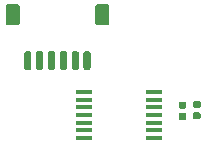
<source format=gbr>
G04 #@! TF.GenerationSoftware,KiCad,Pcbnew,5.1.5-52549c5~84~ubuntu18.04.1*
G04 #@! TF.CreationDate,2020-02-17T23:24:27+01:00*
G04 #@! TF.ProjectId,bldc_motor_encoder,626c6463-5f6d-46f7-946f-725f656e636f,rev?*
G04 #@! TF.SameCoordinates,Original*
G04 #@! TF.FileFunction,Paste,Top*
G04 #@! TF.FilePolarity,Positive*
%FSLAX46Y46*%
G04 Gerber Fmt 4.6, Leading zero omitted, Abs format (unit mm)*
G04 Created by KiCad (PCBNEW 5.1.5-52549c5~84~ubuntu18.04.1) date 2020-02-17 23:24:27*
%MOMM*%
%LPD*%
G04 APERTURE LIST*
%ADD10C,0.100000*%
%ADD11R,1.450000X0.450000*%
G04 APERTURE END LIST*
D10*
G36*
X131374505Y-80626204D02*
G01*
X131398773Y-80629804D01*
X131422572Y-80635765D01*
X131445671Y-80644030D01*
X131467850Y-80654520D01*
X131488893Y-80667132D01*
X131508599Y-80681747D01*
X131526777Y-80698223D01*
X131543253Y-80716401D01*
X131557868Y-80736107D01*
X131570480Y-80757150D01*
X131580970Y-80779329D01*
X131589235Y-80802428D01*
X131595196Y-80826227D01*
X131598796Y-80850495D01*
X131600000Y-80874999D01*
X131600000Y-82175001D01*
X131598796Y-82199505D01*
X131595196Y-82223773D01*
X131589235Y-82247572D01*
X131580970Y-82270671D01*
X131570480Y-82292850D01*
X131557868Y-82313893D01*
X131543253Y-82333599D01*
X131526777Y-82351777D01*
X131508599Y-82368253D01*
X131488893Y-82382868D01*
X131467850Y-82395480D01*
X131445671Y-82405970D01*
X131422572Y-82414235D01*
X131398773Y-82420196D01*
X131374505Y-82423796D01*
X131350001Y-82425000D01*
X130649999Y-82425000D01*
X130625495Y-82423796D01*
X130601227Y-82420196D01*
X130577428Y-82414235D01*
X130554329Y-82405970D01*
X130532150Y-82395480D01*
X130511107Y-82382868D01*
X130491401Y-82368253D01*
X130473223Y-82351777D01*
X130456747Y-82333599D01*
X130442132Y-82313893D01*
X130429520Y-82292850D01*
X130419030Y-82270671D01*
X130410765Y-82247572D01*
X130404804Y-82223773D01*
X130401204Y-82199505D01*
X130400000Y-82175001D01*
X130400000Y-80874999D01*
X130401204Y-80850495D01*
X130404804Y-80826227D01*
X130410765Y-80802428D01*
X130419030Y-80779329D01*
X130429520Y-80757150D01*
X130442132Y-80736107D01*
X130456747Y-80716401D01*
X130473223Y-80698223D01*
X130491401Y-80681747D01*
X130511107Y-80667132D01*
X130532150Y-80654520D01*
X130554329Y-80644030D01*
X130577428Y-80635765D01*
X130601227Y-80629804D01*
X130625495Y-80626204D01*
X130649999Y-80625000D01*
X131350001Y-80625000D01*
X131374505Y-80626204D01*
G37*
G36*
X138974505Y-80626204D02*
G01*
X138998773Y-80629804D01*
X139022572Y-80635765D01*
X139045671Y-80644030D01*
X139067850Y-80654520D01*
X139088893Y-80667132D01*
X139108599Y-80681747D01*
X139126777Y-80698223D01*
X139143253Y-80716401D01*
X139157868Y-80736107D01*
X139170480Y-80757150D01*
X139180970Y-80779329D01*
X139189235Y-80802428D01*
X139195196Y-80826227D01*
X139198796Y-80850495D01*
X139200000Y-80874999D01*
X139200000Y-82175001D01*
X139198796Y-82199505D01*
X139195196Y-82223773D01*
X139189235Y-82247572D01*
X139180970Y-82270671D01*
X139170480Y-82292850D01*
X139157868Y-82313893D01*
X139143253Y-82333599D01*
X139126777Y-82351777D01*
X139108599Y-82368253D01*
X139088893Y-82382868D01*
X139067850Y-82395480D01*
X139045671Y-82405970D01*
X139022572Y-82414235D01*
X138998773Y-82420196D01*
X138974505Y-82423796D01*
X138950001Y-82425000D01*
X138249999Y-82425000D01*
X138225495Y-82423796D01*
X138201227Y-82420196D01*
X138177428Y-82414235D01*
X138154329Y-82405970D01*
X138132150Y-82395480D01*
X138111107Y-82382868D01*
X138091401Y-82368253D01*
X138073223Y-82351777D01*
X138056747Y-82333599D01*
X138042132Y-82313893D01*
X138029520Y-82292850D01*
X138019030Y-82270671D01*
X138010765Y-82247572D01*
X138004804Y-82223773D01*
X138001204Y-82199505D01*
X138000000Y-82175001D01*
X138000000Y-80874999D01*
X138001204Y-80850495D01*
X138004804Y-80826227D01*
X138010765Y-80802428D01*
X138019030Y-80779329D01*
X138029520Y-80757150D01*
X138042132Y-80736107D01*
X138056747Y-80716401D01*
X138073223Y-80698223D01*
X138091401Y-80681747D01*
X138111107Y-80667132D01*
X138132150Y-80654520D01*
X138154329Y-80644030D01*
X138177428Y-80635765D01*
X138201227Y-80629804D01*
X138225495Y-80626204D01*
X138249999Y-80625000D01*
X138950001Y-80625000D01*
X138974505Y-80626204D01*
G37*
G36*
X132464703Y-84625722D02*
G01*
X132479264Y-84627882D01*
X132493543Y-84631459D01*
X132507403Y-84636418D01*
X132520710Y-84642712D01*
X132533336Y-84650280D01*
X132545159Y-84659048D01*
X132556066Y-84668934D01*
X132565952Y-84679841D01*
X132574720Y-84691664D01*
X132582288Y-84704290D01*
X132588582Y-84717597D01*
X132593541Y-84731457D01*
X132597118Y-84745736D01*
X132599278Y-84760297D01*
X132600000Y-84775000D01*
X132600000Y-86025000D01*
X132599278Y-86039703D01*
X132597118Y-86054264D01*
X132593541Y-86068543D01*
X132588582Y-86082403D01*
X132582288Y-86095710D01*
X132574720Y-86108336D01*
X132565952Y-86120159D01*
X132556066Y-86131066D01*
X132545159Y-86140952D01*
X132533336Y-86149720D01*
X132520710Y-86157288D01*
X132507403Y-86163582D01*
X132493543Y-86168541D01*
X132479264Y-86172118D01*
X132464703Y-86174278D01*
X132450000Y-86175000D01*
X132150000Y-86175000D01*
X132135297Y-86174278D01*
X132120736Y-86172118D01*
X132106457Y-86168541D01*
X132092597Y-86163582D01*
X132079290Y-86157288D01*
X132066664Y-86149720D01*
X132054841Y-86140952D01*
X132043934Y-86131066D01*
X132034048Y-86120159D01*
X132025280Y-86108336D01*
X132017712Y-86095710D01*
X132011418Y-86082403D01*
X132006459Y-86068543D01*
X132002882Y-86054264D01*
X132000722Y-86039703D01*
X132000000Y-86025000D01*
X132000000Y-84775000D01*
X132000722Y-84760297D01*
X132002882Y-84745736D01*
X132006459Y-84731457D01*
X132011418Y-84717597D01*
X132017712Y-84704290D01*
X132025280Y-84691664D01*
X132034048Y-84679841D01*
X132043934Y-84668934D01*
X132054841Y-84659048D01*
X132066664Y-84650280D01*
X132079290Y-84642712D01*
X132092597Y-84636418D01*
X132106457Y-84631459D01*
X132120736Y-84627882D01*
X132135297Y-84625722D01*
X132150000Y-84625000D01*
X132450000Y-84625000D01*
X132464703Y-84625722D01*
G37*
G36*
X133464703Y-84625722D02*
G01*
X133479264Y-84627882D01*
X133493543Y-84631459D01*
X133507403Y-84636418D01*
X133520710Y-84642712D01*
X133533336Y-84650280D01*
X133545159Y-84659048D01*
X133556066Y-84668934D01*
X133565952Y-84679841D01*
X133574720Y-84691664D01*
X133582288Y-84704290D01*
X133588582Y-84717597D01*
X133593541Y-84731457D01*
X133597118Y-84745736D01*
X133599278Y-84760297D01*
X133600000Y-84775000D01*
X133600000Y-86025000D01*
X133599278Y-86039703D01*
X133597118Y-86054264D01*
X133593541Y-86068543D01*
X133588582Y-86082403D01*
X133582288Y-86095710D01*
X133574720Y-86108336D01*
X133565952Y-86120159D01*
X133556066Y-86131066D01*
X133545159Y-86140952D01*
X133533336Y-86149720D01*
X133520710Y-86157288D01*
X133507403Y-86163582D01*
X133493543Y-86168541D01*
X133479264Y-86172118D01*
X133464703Y-86174278D01*
X133450000Y-86175000D01*
X133150000Y-86175000D01*
X133135297Y-86174278D01*
X133120736Y-86172118D01*
X133106457Y-86168541D01*
X133092597Y-86163582D01*
X133079290Y-86157288D01*
X133066664Y-86149720D01*
X133054841Y-86140952D01*
X133043934Y-86131066D01*
X133034048Y-86120159D01*
X133025280Y-86108336D01*
X133017712Y-86095710D01*
X133011418Y-86082403D01*
X133006459Y-86068543D01*
X133002882Y-86054264D01*
X133000722Y-86039703D01*
X133000000Y-86025000D01*
X133000000Y-84775000D01*
X133000722Y-84760297D01*
X133002882Y-84745736D01*
X133006459Y-84731457D01*
X133011418Y-84717597D01*
X133017712Y-84704290D01*
X133025280Y-84691664D01*
X133034048Y-84679841D01*
X133043934Y-84668934D01*
X133054841Y-84659048D01*
X133066664Y-84650280D01*
X133079290Y-84642712D01*
X133092597Y-84636418D01*
X133106457Y-84631459D01*
X133120736Y-84627882D01*
X133135297Y-84625722D01*
X133150000Y-84625000D01*
X133450000Y-84625000D01*
X133464703Y-84625722D01*
G37*
G36*
X134464703Y-84625722D02*
G01*
X134479264Y-84627882D01*
X134493543Y-84631459D01*
X134507403Y-84636418D01*
X134520710Y-84642712D01*
X134533336Y-84650280D01*
X134545159Y-84659048D01*
X134556066Y-84668934D01*
X134565952Y-84679841D01*
X134574720Y-84691664D01*
X134582288Y-84704290D01*
X134588582Y-84717597D01*
X134593541Y-84731457D01*
X134597118Y-84745736D01*
X134599278Y-84760297D01*
X134600000Y-84775000D01*
X134600000Y-86025000D01*
X134599278Y-86039703D01*
X134597118Y-86054264D01*
X134593541Y-86068543D01*
X134588582Y-86082403D01*
X134582288Y-86095710D01*
X134574720Y-86108336D01*
X134565952Y-86120159D01*
X134556066Y-86131066D01*
X134545159Y-86140952D01*
X134533336Y-86149720D01*
X134520710Y-86157288D01*
X134507403Y-86163582D01*
X134493543Y-86168541D01*
X134479264Y-86172118D01*
X134464703Y-86174278D01*
X134450000Y-86175000D01*
X134150000Y-86175000D01*
X134135297Y-86174278D01*
X134120736Y-86172118D01*
X134106457Y-86168541D01*
X134092597Y-86163582D01*
X134079290Y-86157288D01*
X134066664Y-86149720D01*
X134054841Y-86140952D01*
X134043934Y-86131066D01*
X134034048Y-86120159D01*
X134025280Y-86108336D01*
X134017712Y-86095710D01*
X134011418Y-86082403D01*
X134006459Y-86068543D01*
X134002882Y-86054264D01*
X134000722Y-86039703D01*
X134000000Y-86025000D01*
X134000000Y-84775000D01*
X134000722Y-84760297D01*
X134002882Y-84745736D01*
X134006459Y-84731457D01*
X134011418Y-84717597D01*
X134017712Y-84704290D01*
X134025280Y-84691664D01*
X134034048Y-84679841D01*
X134043934Y-84668934D01*
X134054841Y-84659048D01*
X134066664Y-84650280D01*
X134079290Y-84642712D01*
X134092597Y-84636418D01*
X134106457Y-84631459D01*
X134120736Y-84627882D01*
X134135297Y-84625722D01*
X134150000Y-84625000D01*
X134450000Y-84625000D01*
X134464703Y-84625722D01*
G37*
G36*
X135464703Y-84625722D02*
G01*
X135479264Y-84627882D01*
X135493543Y-84631459D01*
X135507403Y-84636418D01*
X135520710Y-84642712D01*
X135533336Y-84650280D01*
X135545159Y-84659048D01*
X135556066Y-84668934D01*
X135565952Y-84679841D01*
X135574720Y-84691664D01*
X135582288Y-84704290D01*
X135588582Y-84717597D01*
X135593541Y-84731457D01*
X135597118Y-84745736D01*
X135599278Y-84760297D01*
X135600000Y-84775000D01*
X135600000Y-86025000D01*
X135599278Y-86039703D01*
X135597118Y-86054264D01*
X135593541Y-86068543D01*
X135588582Y-86082403D01*
X135582288Y-86095710D01*
X135574720Y-86108336D01*
X135565952Y-86120159D01*
X135556066Y-86131066D01*
X135545159Y-86140952D01*
X135533336Y-86149720D01*
X135520710Y-86157288D01*
X135507403Y-86163582D01*
X135493543Y-86168541D01*
X135479264Y-86172118D01*
X135464703Y-86174278D01*
X135450000Y-86175000D01*
X135150000Y-86175000D01*
X135135297Y-86174278D01*
X135120736Y-86172118D01*
X135106457Y-86168541D01*
X135092597Y-86163582D01*
X135079290Y-86157288D01*
X135066664Y-86149720D01*
X135054841Y-86140952D01*
X135043934Y-86131066D01*
X135034048Y-86120159D01*
X135025280Y-86108336D01*
X135017712Y-86095710D01*
X135011418Y-86082403D01*
X135006459Y-86068543D01*
X135002882Y-86054264D01*
X135000722Y-86039703D01*
X135000000Y-86025000D01*
X135000000Y-84775000D01*
X135000722Y-84760297D01*
X135002882Y-84745736D01*
X135006459Y-84731457D01*
X135011418Y-84717597D01*
X135017712Y-84704290D01*
X135025280Y-84691664D01*
X135034048Y-84679841D01*
X135043934Y-84668934D01*
X135054841Y-84659048D01*
X135066664Y-84650280D01*
X135079290Y-84642712D01*
X135092597Y-84636418D01*
X135106457Y-84631459D01*
X135120736Y-84627882D01*
X135135297Y-84625722D01*
X135150000Y-84625000D01*
X135450000Y-84625000D01*
X135464703Y-84625722D01*
G37*
G36*
X136464703Y-84625722D02*
G01*
X136479264Y-84627882D01*
X136493543Y-84631459D01*
X136507403Y-84636418D01*
X136520710Y-84642712D01*
X136533336Y-84650280D01*
X136545159Y-84659048D01*
X136556066Y-84668934D01*
X136565952Y-84679841D01*
X136574720Y-84691664D01*
X136582288Y-84704290D01*
X136588582Y-84717597D01*
X136593541Y-84731457D01*
X136597118Y-84745736D01*
X136599278Y-84760297D01*
X136600000Y-84775000D01*
X136600000Y-86025000D01*
X136599278Y-86039703D01*
X136597118Y-86054264D01*
X136593541Y-86068543D01*
X136588582Y-86082403D01*
X136582288Y-86095710D01*
X136574720Y-86108336D01*
X136565952Y-86120159D01*
X136556066Y-86131066D01*
X136545159Y-86140952D01*
X136533336Y-86149720D01*
X136520710Y-86157288D01*
X136507403Y-86163582D01*
X136493543Y-86168541D01*
X136479264Y-86172118D01*
X136464703Y-86174278D01*
X136450000Y-86175000D01*
X136150000Y-86175000D01*
X136135297Y-86174278D01*
X136120736Y-86172118D01*
X136106457Y-86168541D01*
X136092597Y-86163582D01*
X136079290Y-86157288D01*
X136066664Y-86149720D01*
X136054841Y-86140952D01*
X136043934Y-86131066D01*
X136034048Y-86120159D01*
X136025280Y-86108336D01*
X136017712Y-86095710D01*
X136011418Y-86082403D01*
X136006459Y-86068543D01*
X136002882Y-86054264D01*
X136000722Y-86039703D01*
X136000000Y-86025000D01*
X136000000Y-84775000D01*
X136000722Y-84760297D01*
X136002882Y-84745736D01*
X136006459Y-84731457D01*
X136011418Y-84717597D01*
X136017712Y-84704290D01*
X136025280Y-84691664D01*
X136034048Y-84679841D01*
X136043934Y-84668934D01*
X136054841Y-84659048D01*
X136066664Y-84650280D01*
X136079290Y-84642712D01*
X136092597Y-84636418D01*
X136106457Y-84631459D01*
X136120736Y-84627882D01*
X136135297Y-84625722D01*
X136150000Y-84625000D01*
X136450000Y-84625000D01*
X136464703Y-84625722D01*
G37*
G36*
X137464703Y-84625722D02*
G01*
X137479264Y-84627882D01*
X137493543Y-84631459D01*
X137507403Y-84636418D01*
X137520710Y-84642712D01*
X137533336Y-84650280D01*
X137545159Y-84659048D01*
X137556066Y-84668934D01*
X137565952Y-84679841D01*
X137574720Y-84691664D01*
X137582288Y-84704290D01*
X137588582Y-84717597D01*
X137593541Y-84731457D01*
X137597118Y-84745736D01*
X137599278Y-84760297D01*
X137600000Y-84775000D01*
X137600000Y-86025000D01*
X137599278Y-86039703D01*
X137597118Y-86054264D01*
X137593541Y-86068543D01*
X137588582Y-86082403D01*
X137582288Y-86095710D01*
X137574720Y-86108336D01*
X137565952Y-86120159D01*
X137556066Y-86131066D01*
X137545159Y-86140952D01*
X137533336Y-86149720D01*
X137520710Y-86157288D01*
X137507403Y-86163582D01*
X137493543Y-86168541D01*
X137479264Y-86172118D01*
X137464703Y-86174278D01*
X137450000Y-86175000D01*
X137150000Y-86175000D01*
X137135297Y-86174278D01*
X137120736Y-86172118D01*
X137106457Y-86168541D01*
X137092597Y-86163582D01*
X137079290Y-86157288D01*
X137066664Y-86149720D01*
X137054841Y-86140952D01*
X137043934Y-86131066D01*
X137034048Y-86120159D01*
X137025280Y-86108336D01*
X137017712Y-86095710D01*
X137011418Y-86082403D01*
X137006459Y-86068543D01*
X137002882Y-86054264D01*
X137000722Y-86039703D01*
X137000000Y-86025000D01*
X137000000Y-84775000D01*
X137000722Y-84760297D01*
X137002882Y-84745736D01*
X137006459Y-84731457D01*
X137011418Y-84717597D01*
X137017712Y-84704290D01*
X137025280Y-84691664D01*
X137034048Y-84679841D01*
X137043934Y-84668934D01*
X137054841Y-84659048D01*
X137066664Y-84650280D01*
X137079290Y-84642712D01*
X137092597Y-84636418D01*
X137106457Y-84631459D01*
X137120736Y-84627882D01*
X137135297Y-84625722D01*
X137150000Y-84625000D01*
X137450000Y-84625000D01*
X137464703Y-84625722D01*
G37*
D11*
X142950000Y-88050000D03*
X142950000Y-88700000D03*
X142950000Y-89350000D03*
X142950000Y-90000000D03*
X142950000Y-90650000D03*
X142950000Y-91300000D03*
X142950000Y-91950000D03*
X137050000Y-91950000D03*
X137050000Y-91300000D03*
X137050000Y-90650000D03*
X137050000Y-90000000D03*
X137050000Y-89350000D03*
X137050000Y-88700000D03*
X137050000Y-88050000D03*
D10*
G36*
X146786958Y-88820710D02*
G01*
X146801276Y-88822834D01*
X146815317Y-88826351D01*
X146828946Y-88831228D01*
X146842031Y-88837417D01*
X146854447Y-88844858D01*
X146866073Y-88853481D01*
X146876798Y-88863202D01*
X146886519Y-88873927D01*
X146895142Y-88885553D01*
X146902583Y-88897969D01*
X146908772Y-88911054D01*
X146913649Y-88924683D01*
X146917166Y-88938724D01*
X146919290Y-88953042D01*
X146920000Y-88967500D01*
X146920000Y-89262500D01*
X146919290Y-89276958D01*
X146917166Y-89291276D01*
X146913649Y-89305317D01*
X146908772Y-89318946D01*
X146902583Y-89332031D01*
X146895142Y-89344447D01*
X146886519Y-89356073D01*
X146876798Y-89366798D01*
X146866073Y-89376519D01*
X146854447Y-89385142D01*
X146842031Y-89392583D01*
X146828946Y-89398772D01*
X146815317Y-89403649D01*
X146801276Y-89407166D01*
X146786958Y-89409290D01*
X146772500Y-89410000D01*
X146427500Y-89410000D01*
X146413042Y-89409290D01*
X146398724Y-89407166D01*
X146384683Y-89403649D01*
X146371054Y-89398772D01*
X146357969Y-89392583D01*
X146345553Y-89385142D01*
X146333927Y-89376519D01*
X146323202Y-89366798D01*
X146313481Y-89356073D01*
X146304858Y-89344447D01*
X146297417Y-89332031D01*
X146291228Y-89318946D01*
X146286351Y-89305317D01*
X146282834Y-89291276D01*
X146280710Y-89276958D01*
X146280000Y-89262500D01*
X146280000Y-88967500D01*
X146280710Y-88953042D01*
X146282834Y-88938724D01*
X146286351Y-88924683D01*
X146291228Y-88911054D01*
X146297417Y-88897969D01*
X146304858Y-88885553D01*
X146313481Y-88873927D01*
X146323202Y-88863202D01*
X146333927Y-88853481D01*
X146345553Y-88844858D01*
X146357969Y-88837417D01*
X146371054Y-88831228D01*
X146384683Y-88826351D01*
X146398724Y-88822834D01*
X146413042Y-88820710D01*
X146427500Y-88820000D01*
X146772500Y-88820000D01*
X146786958Y-88820710D01*
G37*
G36*
X146786958Y-89790710D02*
G01*
X146801276Y-89792834D01*
X146815317Y-89796351D01*
X146828946Y-89801228D01*
X146842031Y-89807417D01*
X146854447Y-89814858D01*
X146866073Y-89823481D01*
X146876798Y-89833202D01*
X146886519Y-89843927D01*
X146895142Y-89855553D01*
X146902583Y-89867969D01*
X146908772Y-89881054D01*
X146913649Y-89894683D01*
X146917166Y-89908724D01*
X146919290Y-89923042D01*
X146920000Y-89937500D01*
X146920000Y-90232500D01*
X146919290Y-90246958D01*
X146917166Y-90261276D01*
X146913649Y-90275317D01*
X146908772Y-90288946D01*
X146902583Y-90302031D01*
X146895142Y-90314447D01*
X146886519Y-90326073D01*
X146876798Y-90336798D01*
X146866073Y-90346519D01*
X146854447Y-90355142D01*
X146842031Y-90362583D01*
X146828946Y-90368772D01*
X146815317Y-90373649D01*
X146801276Y-90377166D01*
X146786958Y-90379290D01*
X146772500Y-90380000D01*
X146427500Y-90380000D01*
X146413042Y-90379290D01*
X146398724Y-90377166D01*
X146384683Y-90373649D01*
X146371054Y-90368772D01*
X146357969Y-90362583D01*
X146345553Y-90355142D01*
X146333927Y-90346519D01*
X146323202Y-90336798D01*
X146313481Y-90326073D01*
X146304858Y-90314447D01*
X146297417Y-90302031D01*
X146291228Y-90288946D01*
X146286351Y-90275317D01*
X146282834Y-90261276D01*
X146280710Y-90246958D01*
X146280000Y-90232500D01*
X146280000Y-89937500D01*
X146280710Y-89923042D01*
X146282834Y-89908724D01*
X146286351Y-89894683D01*
X146291228Y-89881054D01*
X146297417Y-89867969D01*
X146304858Y-89855553D01*
X146313481Y-89843927D01*
X146323202Y-89833202D01*
X146333927Y-89823481D01*
X146345553Y-89814858D01*
X146357969Y-89807417D01*
X146371054Y-89801228D01*
X146384683Y-89796351D01*
X146398724Y-89792834D01*
X146413042Y-89790710D01*
X146427500Y-89790000D01*
X146772500Y-89790000D01*
X146786958Y-89790710D01*
G37*
G36*
X145586958Y-88870710D02*
G01*
X145601276Y-88872834D01*
X145615317Y-88876351D01*
X145628946Y-88881228D01*
X145642031Y-88887417D01*
X145654447Y-88894858D01*
X145666073Y-88903481D01*
X145676798Y-88913202D01*
X145686519Y-88923927D01*
X145695142Y-88935553D01*
X145702583Y-88947969D01*
X145708772Y-88961054D01*
X145713649Y-88974683D01*
X145717166Y-88988724D01*
X145719290Y-89003042D01*
X145720000Y-89017500D01*
X145720000Y-89312500D01*
X145719290Y-89326958D01*
X145717166Y-89341276D01*
X145713649Y-89355317D01*
X145708772Y-89368946D01*
X145702583Y-89382031D01*
X145695142Y-89394447D01*
X145686519Y-89406073D01*
X145676798Y-89416798D01*
X145666073Y-89426519D01*
X145654447Y-89435142D01*
X145642031Y-89442583D01*
X145628946Y-89448772D01*
X145615317Y-89453649D01*
X145601276Y-89457166D01*
X145586958Y-89459290D01*
X145572500Y-89460000D01*
X145227500Y-89460000D01*
X145213042Y-89459290D01*
X145198724Y-89457166D01*
X145184683Y-89453649D01*
X145171054Y-89448772D01*
X145157969Y-89442583D01*
X145145553Y-89435142D01*
X145133927Y-89426519D01*
X145123202Y-89416798D01*
X145113481Y-89406073D01*
X145104858Y-89394447D01*
X145097417Y-89382031D01*
X145091228Y-89368946D01*
X145086351Y-89355317D01*
X145082834Y-89341276D01*
X145080710Y-89326958D01*
X145080000Y-89312500D01*
X145080000Y-89017500D01*
X145080710Y-89003042D01*
X145082834Y-88988724D01*
X145086351Y-88974683D01*
X145091228Y-88961054D01*
X145097417Y-88947969D01*
X145104858Y-88935553D01*
X145113481Y-88923927D01*
X145123202Y-88913202D01*
X145133927Y-88903481D01*
X145145553Y-88894858D01*
X145157969Y-88887417D01*
X145171054Y-88881228D01*
X145184683Y-88876351D01*
X145198724Y-88872834D01*
X145213042Y-88870710D01*
X145227500Y-88870000D01*
X145572500Y-88870000D01*
X145586958Y-88870710D01*
G37*
G36*
X145586958Y-89840710D02*
G01*
X145601276Y-89842834D01*
X145615317Y-89846351D01*
X145628946Y-89851228D01*
X145642031Y-89857417D01*
X145654447Y-89864858D01*
X145666073Y-89873481D01*
X145676798Y-89883202D01*
X145686519Y-89893927D01*
X145695142Y-89905553D01*
X145702583Y-89917969D01*
X145708772Y-89931054D01*
X145713649Y-89944683D01*
X145717166Y-89958724D01*
X145719290Y-89973042D01*
X145720000Y-89987500D01*
X145720000Y-90282500D01*
X145719290Y-90296958D01*
X145717166Y-90311276D01*
X145713649Y-90325317D01*
X145708772Y-90338946D01*
X145702583Y-90352031D01*
X145695142Y-90364447D01*
X145686519Y-90376073D01*
X145676798Y-90386798D01*
X145666073Y-90396519D01*
X145654447Y-90405142D01*
X145642031Y-90412583D01*
X145628946Y-90418772D01*
X145615317Y-90423649D01*
X145601276Y-90427166D01*
X145586958Y-90429290D01*
X145572500Y-90430000D01*
X145227500Y-90430000D01*
X145213042Y-90429290D01*
X145198724Y-90427166D01*
X145184683Y-90423649D01*
X145171054Y-90418772D01*
X145157969Y-90412583D01*
X145145553Y-90405142D01*
X145133927Y-90396519D01*
X145123202Y-90386798D01*
X145113481Y-90376073D01*
X145104858Y-90364447D01*
X145097417Y-90352031D01*
X145091228Y-90338946D01*
X145086351Y-90325317D01*
X145082834Y-90311276D01*
X145080710Y-90296958D01*
X145080000Y-90282500D01*
X145080000Y-89987500D01*
X145080710Y-89973042D01*
X145082834Y-89958724D01*
X145086351Y-89944683D01*
X145091228Y-89931054D01*
X145097417Y-89917969D01*
X145104858Y-89905553D01*
X145113481Y-89893927D01*
X145123202Y-89883202D01*
X145133927Y-89873481D01*
X145145553Y-89864858D01*
X145157969Y-89857417D01*
X145171054Y-89851228D01*
X145184683Y-89846351D01*
X145198724Y-89842834D01*
X145213042Y-89840710D01*
X145227500Y-89840000D01*
X145572500Y-89840000D01*
X145586958Y-89840710D01*
G37*
M02*

</source>
